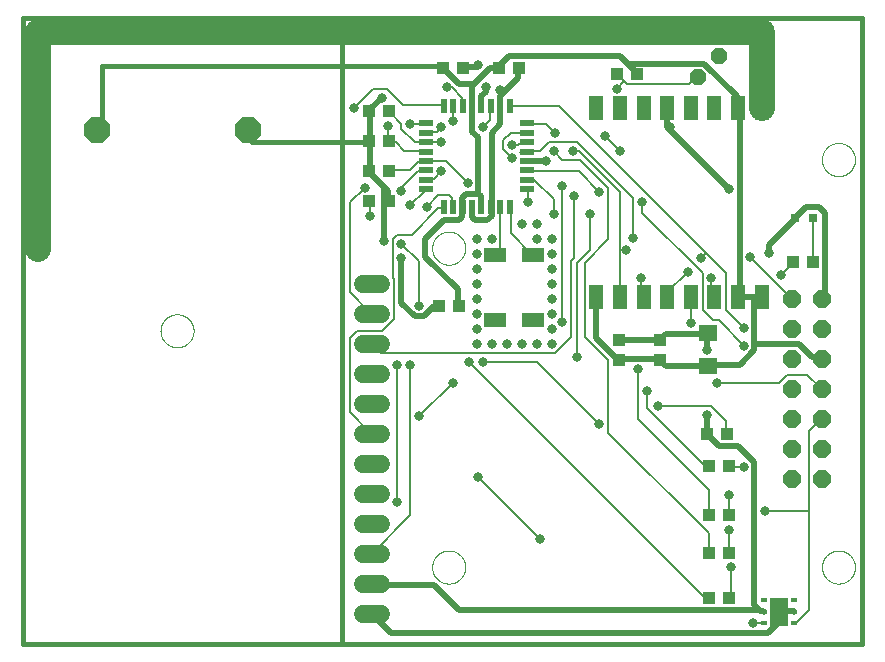
<source format=gtl>
G75*
%MOIN*%
%OFA0B0*%
%FSLAX25Y25*%
%IPPOS*%
%LPD*%
%AMOC8*
5,1,8,0,0,1.08239X$1,22.5*
%
%ADD10C,0.01600*%
%ADD11C,0.00000*%
%ADD12R,0.06299X0.05512*%
%ADD13R,0.03937X0.04331*%
%ADD14R,0.07480X0.05118*%
%ADD15R,0.04331X0.03937*%
%ADD16R,0.03150X0.03150*%
%ADD17R,0.05118X0.07874*%
%ADD18OC8,0.06000*%
%ADD19R,0.02200X0.05000*%
%ADD20R,0.05000X0.02200*%
%ADD21R,0.02362X0.01575*%
%ADD22R,0.05906X0.09449*%
%ADD23R,0.05000X0.10000*%
%ADD24C,0.06000*%
%ADD25OC8,0.05200*%
%ADD26OC8,0.08500*%
%ADD27C,0.01969*%
%ADD28C,0.03169*%
%ADD29C,0.00800*%
%ADD30C,0.08600*%
D10*
X0001800Y0001800D02*
X0108099Y0001800D01*
X0108099Y0210461D01*
X0001800Y0210461D01*
X0001800Y0001800D01*
X0108099Y0001800D02*
X0281328Y0001800D01*
X0281328Y0210461D01*
X0108099Y0210461D01*
X0141719Y0194300D02*
X0141719Y0193754D01*
X0141719Y0194300D02*
X0027863Y0194300D01*
X0027863Y0173060D01*
X0026209Y0173060D01*
X0076603Y0173060D02*
X0077863Y0171800D01*
X0077863Y0169123D01*
X0117017Y0169123D01*
X0117017Y0169300D01*
D11*
X0138020Y0133690D02*
X0138022Y0133838D01*
X0138028Y0133986D01*
X0138038Y0134134D01*
X0138052Y0134281D01*
X0138070Y0134428D01*
X0138091Y0134574D01*
X0138117Y0134720D01*
X0138147Y0134865D01*
X0138180Y0135009D01*
X0138218Y0135152D01*
X0138259Y0135294D01*
X0138304Y0135435D01*
X0138352Y0135575D01*
X0138405Y0135714D01*
X0138461Y0135851D01*
X0138521Y0135986D01*
X0138584Y0136120D01*
X0138651Y0136252D01*
X0138722Y0136382D01*
X0138796Y0136510D01*
X0138873Y0136636D01*
X0138954Y0136760D01*
X0139038Y0136882D01*
X0139125Y0137001D01*
X0139216Y0137118D01*
X0139310Y0137233D01*
X0139406Y0137345D01*
X0139506Y0137455D01*
X0139608Y0137561D01*
X0139714Y0137665D01*
X0139822Y0137766D01*
X0139933Y0137864D01*
X0140046Y0137960D01*
X0140162Y0138052D01*
X0140280Y0138141D01*
X0140401Y0138226D01*
X0140524Y0138309D01*
X0140649Y0138388D01*
X0140776Y0138464D01*
X0140905Y0138536D01*
X0141036Y0138605D01*
X0141169Y0138670D01*
X0141304Y0138731D01*
X0141440Y0138789D01*
X0141577Y0138844D01*
X0141716Y0138894D01*
X0141857Y0138941D01*
X0141998Y0138984D01*
X0142141Y0139024D01*
X0142285Y0139059D01*
X0142429Y0139091D01*
X0142575Y0139118D01*
X0142721Y0139142D01*
X0142868Y0139162D01*
X0143015Y0139178D01*
X0143162Y0139190D01*
X0143310Y0139198D01*
X0143458Y0139202D01*
X0143606Y0139202D01*
X0143754Y0139198D01*
X0143902Y0139190D01*
X0144049Y0139178D01*
X0144196Y0139162D01*
X0144343Y0139142D01*
X0144489Y0139118D01*
X0144635Y0139091D01*
X0144779Y0139059D01*
X0144923Y0139024D01*
X0145066Y0138984D01*
X0145207Y0138941D01*
X0145348Y0138894D01*
X0145487Y0138844D01*
X0145624Y0138789D01*
X0145760Y0138731D01*
X0145895Y0138670D01*
X0146028Y0138605D01*
X0146159Y0138536D01*
X0146288Y0138464D01*
X0146415Y0138388D01*
X0146540Y0138309D01*
X0146663Y0138226D01*
X0146784Y0138141D01*
X0146902Y0138052D01*
X0147018Y0137960D01*
X0147131Y0137864D01*
X0147242Y0137766D01*
X0147350Y0137665D01*
X0147456Y0137561D01*
X0147558Y0137455D01*
X0147658Y0137345D01*
X0147754Y0137233D01*
X0147848Y0137118D01*
X0147939Y0137001D01*
X0148026Y0136882D01*
X0148110Y0136760D01*
X0148191Y0136636D01*
X0148268Y0136510D01*
X0148342Y0136382D01*
X0148413Y0136252D01*
X0148480Y0136120D01*
X0148543Y0135986D01*
X0148603Y0135851D01*
X0148659Y0135714D01*
X0148712Y0135575D01*
X0148760Y0135435D01*
X0148805Y0135294D01*
X0148846Y0135152D01*
X0148884Y0135009D01*
X0148917Y0134865D01*
X0148947Y0134720D01*
X0148973Y0134574D01*
X0148994Y0134428D01*
X0149012Y0134281D01*
X0149026Y0134134D01*
X0149036Y0133986D01*
X0149042Y0133838D01*
X0149044Y0133690D01*
X0149042Y0133542D01*
X0149036Y0133394D01*
X0149026Y0133246D01*
X0149012Y0133099D01*
X0148994Y0132952D01*
X0148973Y0132806D01*
X0148947Y0132660D01*
X0148917Y0132515D01*
X0148884Y0132371D01*
X0148846Y0132228D01*
X0148805Y0132086D01*
X0148760Y0131945D01*
X0148712Y0131805D01*
X0148659Y0131666D01*
X0148603Y0131529D01*
X0148543Y0131394D01*
X0148480Y0131260D01*
X0148413Y0131128D01*
X0148342Y0130998D01*
X0148268Y0130870D01*
X0148191Y0130744D01*
X0148110Y0130620D01*
X0148026Y0130498D01*
X0147939Y0130379D01*
X0147848Y0130262D01*
X0147754Y0130147D01*
X0147658Y0130035D01*
X0147558Y0129925D01*
X0147456Y0129819D01*
X0147350Y0129715D01*
X0147242Y0129614D01*
X0147131Y0129516D01*
X0147018Y0129420D01*
X0146902Y0129328D01*
X0146784Y0129239D01*
X0146663Y0129154D01*
X0146540Y0129071D01*
X0146415Y0128992D01*
X0146288Y0128916D01*
X0146159Y0128844D01*
X0146028Y0128775D01*
X0145895Y0128710D01*
X0145760Y0128649D01*
X0145624Y0128591D01*
X0145487Y0128536D01*
X0145348Y0128486D01*
X0145207Y0128439D01*
X0145066Y0128396D01*
X0144923Y0128356D01*
X0144779Y0128321D01*
X0144635Y0128289D01*
X0144489Y0128262D01*
X0144343Y0128238D01*
X0144196Y0128218D01*
X0144049Y0128202D01*
X0143902Y0128190D01*
X0143754Y0128182D01*
X0143606Y0128178D01*
X0143458Y0128178D01*
X0143310Y0128182D01*
X0143162Y0128190D01*
X0143015Y0128202D01*
X0142868Y0128218D01*
X0142721Y0128238D01*
X0142575Y0128262D01*
X0142429Y0128289D01*
X0142285Y0128321D01*
X0142141Y0128356D01*
X0141998Y0128396D01*
X0141857Y0128439D01*
X0141716Y0128486D01*
X0141577Y0128536D01*
X0141440Y0128591D01*
X0141304Y0128649D01*
X0141169Y0128710D01*
X0141036Y0128775D01*
X0140905Y0128844D01*
X0140776Y0128916D01*
X0140649Y0128992D01*
X0140524Y0129071D01*
X0140401Y0129154D01*
X0140280Y0129239D01*
X0140162Y0129328D01*
X0140046Y0129420D01*
X0139933Y0129516D01*
X0139822Y0129614D01*
X0139714Y0129715D01*
X0139608Y0129819D01*
X0139506Y0129925D01*
X0139406Y0130035D01*
X0139310Y0130147D01*
X0139216Y0130262D01*
X0139125Y0130379D01*
X0139038Y0130498D01*
X0138954Y0130620D01*
X0138873Y0130744D01*
X0138796Y0130870D01*
X0138722Y0130998D01*
X0138651Y0131128D01*
X0138584Y0131260D01*
X0138521Y0131394D01*
X0138461Y0131529D01*
X0138405Y0131666D01*
X0138352Y0131805D01*
X0138304Y0131945D01*
X0138259Y0132086D01*
X0138218Y0132228D01*
X0138180Y0132371D01*
X0138147Y0132515D01*
X0138117Y0132660D01*
X0138091Y0132806D01*
X0138070Y0132952D01*
X0138052Y0133099D01*
X0138038Y0133246D01*
X0138028Y0133394D01*
X0138022Y0133542D01*
X0138020Y0133690D01*
X0047469Y0106131D02*
X0047471Y0106279D01*
X0047477Y0106427D01*
X0047487Y0106575D01*
X0047501Y0106722D01*
X0047519Y0106869D01*
X0047540Y0107015D01*
X0047566Y0107161D01*
X0047596Y0107306D01*
X0047629Y0107450D01*
X0047667Y0107593D01*
X0047708Y0107735D01*
X0047753Y0107876D01*
X0047801Y0108016D01*
X0047854Y0108155D01*
X0047910Y0108292D01*
X0047970Y0108427D01*
X0048033Y0108561D01*
X0048100Y0108693D01*
X0048171Y0108823D01*
X0048245Y0108951D01*
X0048322Y0109077D01*
X0048403Y0109201D01*
X0048487Y0109323D01*
X0048574Y0109442D01*
X0048665Y0109559D01*
X0048759Y0109674D01*
X0048855Y0109786D01*
X0048955Y0109896D01*
X0049057Y0110002D01*
X0049163Y0110106D01*
X0049271Y0110207D01*
X0049382Y0110305D01*
X0049495Y0110401D01*
X0049611Y0110493D01*
X0049729Y0110582D01*
X0049850Y0110667D01*
X0049973Y0110750D01*
X0050098Y0110829D01*
X0050225Y0110905D01*
X0050354Y0110977D01*
X0050485Y0111046D01*
X0050618Y0111111D01*
X0050753Y0111172D01*
X0050889Y0111230D01*
X0051026Y0111285D01*
X0051165Y0111335D01*
X0051306Y0111382D01*
X0051447Y0111425D01*
X0051590Y0111465D01*
X0051734Y0111500D01*
X0051878Y0111532D01*
X0052024Y0111559D01*
X0052170Y0111583D01*
X0052317Y0111603D01*
X0052464Y0111619D01*
X0052611Y0111631D01*
X0052759Y0111639D01*
X0052907Y0111643D01*
X0053055Y0111643D01*
X0053203Y0111639D01*
X0053351Y0111631D01*
X0053498Y0111619D01*
X0053645Y0111603D01*
X0053792Y0111583D01*
X0053938Y0111559D01*
X0054084Y0111532D01*
X0054228Y0111500D01*
X0054372Y0111465D01*
X0054515Y0111425D01*
X0054656Y0111382D01*
X0054797Y0111335D01*
X0054936Y0111285D01*
X0055073Y0111230D01*
X0055209Y0111172D01*
X0055344Y0111111D01*
X0055477Y0111046D01*
X0055608Y0110977D01*
X0055737Y0110905D01*
X0055864Y0110829D01*
X0055989Y0110750D01*
X0056112Y0110667D01*
X0056233Y0110582D01*
X0056351Y0110493D01*
X0056467Y0110401D01*
X0056580Y0110305D01*
X0056691Y0110207D01*
X0056799Y0110106D01*
X0056905Y0110002D01*
X0057007Y0109896D01*
X0057107Y0109786D01*
X0057203Y0109674D01*
X0057297Y0109559D01*
X0057388Y0109442D01*
X0057475Y0109323D01*
X0057559Y0109201D01*
X0057640Y0109077D01*
X0057717Y0108951D01*
X0057791Y0108823D01*
X0057862Y0108693D01*
X0057929Y0108561D01*
X0057992Y0108427D01*
X0058052Y0108292D01*
X0058108Y0108155D01*
X0058161Y0108016D01*
X0058209Y0107876D01*
X0058254Y0107735D01*
X0058295Y0107593D01*
X0058333Y0107450D01*
X0058366Y0107306D01*
X0058396Y0107161D01*
X0058422Y0107015D01*
X0058443Y0106869D01*
X0058461Y0106722D01*
X0058475Y0106575D01*
X0058485Y0106427D01*
X0058491Y0106279D01*
X0058493Y0106131D01*
X0058491Y0105983D01*
X0058485Y0105835D01*
X0058475Y0105687D01*
X0058461Y0105540D01*
X0058443Y0105393D01*
X0058422Y0105247D01*
X0058396Y0105101D01*
X0058366Y0104956D01*
X0058333Y0104812D01*
X0058295Y0104669D01*
X0058254Y0104527D01*
X0058209Y0104386D01*
X0058161Y0104246D01*
X0058108Y0104107D01*
X0058052Y0103970D01*
X0057992Y0103835D01*
X0057929Y0103701D01*
X0057862Y0103569D01*
X0057791Y0103439D01*
X0057717Y0103311D01*
X0057640Y0103185D01*
X0057559Y0103061D01*
X0057475Y0102939D01*
X0057388Y0102820D01*
X0057297Y0102703D01*
X0057203Y0102588D01*
X0057107Y0102476D01*
X0057007Y0102366D01*
X0056905Y0102260D01*
X0056799Y0102156D01*
X0056691Y0102055D01*
X0056580Y0101957D01*
X0056467Y0101861D01*
X0056351Y0101769D01*
X0056233Y0101680D01*
X0056112Y0101595D01*
X0055989Y0101512D01*
X0055864Y0101433D01*
X0055737Y0101357D01*
X0055608Y0101285D01*
X0055477Y0101216D01*
X0055344Y0101151D01*
X0055209Y0101090D01*
X0055073Y0101032D01*
X0054936Y0100977D01*
X0054797Y0100927D01*
X0054656Y0100880D01*
X0054515Y0100837D01*
X0054372Y0100797D01*
X0054228Y0100762D01*
X0054084Y0100730D01*
X0053938Y0100703D01*
X0053792Y0100679D01*
X0053645Y0100659D01*
X0053498Y0100643D01*
X0053351Y0100631D01*
X0053203Y0100623D01*
X0053055Y0100619D01*
X0052907Y0100619D01*
X0052759Y0100623D01*
X0052611Y0100631D01*
X0052464Y0100643D01*
X0052317Y0100659D01*
X0052170Y0100679D01*
X0052024Y0100703D01*
X0051878Y0100730D01*
X0051734Y0100762D01*
X0051590Y0100797D01*
X0051447Y0100837D01*
X0051306Y0100880D01*
X0051165Y0100927D01*
X0051026Y0100977D01*
X0050889Y0101032D01*
X0050753Y0101090D01*
X0050618Y0101151D01*
X0050485Y0101216D01*
X0050354Y0101285D01*
X0050225Y0101357D01*
X0050098Y0101433D01*
X0049973Y0101512D01*
X0049850Y0101595D01*
X0049729Y0101680D01*
X0049611Y0101769D01*
X0049495Y0101861D01*
X0049382Y0101957D01*
X0049271Y0102055D01*
X0049163Y0102156D01*
X0049057Y0102260D01*
X0048955Y0102366D01*
X0048855Y0102476D01*
X0048759Y0102588D01*
X0048665Y0102703D01*
X0048574Y0102820D01*
X0048487Y0102939D01*
X0048403Y0103061D01*
X0048322Y0103185D01*
X0048245Y0103311D01*
X0048171Y0103439D01*
X0048100Y0103569D01*
X0048033Y0103701D01*
X0047970Y0103835D01*
X0047910Y0103970D01*
X0047854Y0104107D01*
X0047801Y0104246D01*
X0047753Y0104386D01*
X0047708Y0104527D01*
X0047667Y0104669D01*
X0047629Y0104812D01*
X0047596Y0104956D01*
X0047566Y0105101D01*
X0047540Y0105247D01*
X0047519Y0105393D01*
X0047501Y0105540D01*
X0047487Y0105687D01*
X0047477Y0105835D01*
X0047471Y0105983D01*
X0047469Y0106131D01*
X0138020Y0027391D02*
X0138022Y0027539D01*
X0138028Y0027687D01*
X0138038Y0027835D01*
X0138052Y0027982D01*
X0138070Y0028129D01*
X0138091Y0028275D01*
X0138117Y0028421D01*
X0138147Y0028566D01*
X0138180Y0028710D01*
X0138218Y0028853D01*
X0138259Y0028995D01*
X0138304Y0029136D01*
X0138352Y0029276D01*
X0138405Y0029415D01*
X0138461Y0029552D01*
X0138521Y0029687D01*
X0138584Y0029821D01*
X0138651Y0029953D01*
X0138722Y0030083D01*
X0138796Y0030211D01*
X0138873Y0030337D01*
X0138954Y0030461D01*
X0139038Y0030583D01*
X0139125Y0030702D01*
X0139216Y0030819D01*
X0139310Y0030934D01*
X0139406Y0031046D01*
X0139506Y0031156D01*
X0139608Y0031262D01*
X0139714Y0031366D01*
X0139822Y0031467D01*
X0139933Y0031565D01*
X0140046Y0031661D01*
X0140162Y0031753D01*
X0140280Y0031842D01*
X0140401Y0031927D01*
X0140524Y0032010D01*
X0140649Y0032089D01*
X0140776Y0032165D01*
X0140905Y0032237D01*
X0141036Y0032306D01*
X0141169Y0032371D01*
X0141304Y0032432D01*
X0141440Y0032490D01*
X0141577Y0032545D01*
X0141716Y0032595D01*
X0141857Y0032642D01*
X0141998Y0032685D01*
X0142141Y0032725D01*
X0142285Y0032760D01*
X0142429Y0032792D01*
X0142575Y0032819D01*
X0142721Y0032843D01*
X0142868Y0032863D01*
X0143015Y0032879D01*
X0143162Y0032891D01*
X0143310Y0032899D01*
X0143458Y0032903D01*
X0143606Y0032903D01*
X0143754Y0032899D01*
X0143902Y0032891D01*
X0144049Y0032879D01*
X0144196Y0032863D01*
X0144343Y0032843D01*
X0144489Y0032819D01*
X0144635Y0032792D01*
X0144779Y0032760D01*
X0144923Y0032725D01*
X0145066Y0032685D01*
X0145207Y0032642D01*
X0145348Y0032595D01*
X0145487Y0032545D01*
X0145624Y0032490D01*
X0145760Y0032432D01*
X0145895Y0032371D01*
X0146028Y0032306D01*
X0146159Y0032237D01*
X0146288Y0032165D01*
X0146415Y0032089D01*
X0146540Y0032010D01*
X0146663Y0031927D01*
X0146784Y0031842D01*
X0146902Y0031753D01*
X0147018Y0031661D01*
X0147131Y0031565D01*
X0147242Y0031467D01*
X0147350Y0031366D01*
X0147456Y0031262D01*
X0147558Y0031156D01*
X0147658Y0031046D01*
X0147754Y0030934D01*
X0147848Y0030819D01*
X0147939Y0030702D01*
X0148026Y0030583D01*
X0148110Y0030461D01*
X0148191Y0030337D01*
X0148268Y0030211D01*
X0148342Y0030083D01*
X0148413Y0029953D01*
X0148480Y0029821D01*
X0148543Y0029687D01*
X0148603Y0029552D01*
X0148659Y0029415D01*
X0148712Y0029276D01*
X0148760Y0029136D01*
X0148805Y0028995D01*
X0148846Y0028853D01*
X0148884Y0028710D01*
X0148917Y0028566D01*
X0148947Y0028421D01*
X0148973Y0028275D01*
X0148994Y0028129D01*
X0149012Y0027982D01*
X0149026Y0027835D01*
X0149036Y0027687D01*
X0149042Y0027539D01*
X0149044Y0027391D01*
X0149042Y0027243D01*
X0149036Y0027095D01*
X0149026Y0026947D01*
X0149012Y0026800D01*
X0148994Y0026653D01*
X0148973Y0026507D01*
X0148947Y0026361D01*
X0148917Y0026216D01*
X0148884Y0026072D01*
X0148846Y0025929D01*
X0148805Y0025787D01*
X0148760Y0025646D01*
X0148712Y0025506D01*
X0148659Y0025367D01*
X0148603Y0025230D01*
X0148543Y0025095D01*
X0148480Y0024961D01*
X0148413Y0024829D01*
X0148342Y0024699D01*
X0148268Y0024571D01*
X0148191Y0024445D01*
X0148110Y0024321D01*
X0148026Y0024199D01*
X0147939Y0024080D01*
X0147848Y0023963D01*
X0147754Y0023848D01*
X0147658Y0023736D01*
X0147558Y0023626D01*
X0147456Y0023520D01*
X0147350Y0023416D01*
X0147242Y0023315D01*
X0147131Y0023217D01*
X0147018Y0023121D01*
X0146902Y0023029D01*
X0146784Y0022940D01*
X0146663Y0022855D01*
X0146540Y0022772D01*
X0146415Y0022693D01*
X0146288Y0022617D01*
X0146159Y0022545D01*
X0146028Y0022476D01*
X0145895Y0022411D01*
X0145760Y0022350D01*
X0145624Y0022292D01*
X0145487Y0022237D01*
X0145348Y0022187D01*
X0145207Y0022140D01*
X0145066Y0022097D01*
X0144923Y0022057D01*
X0144779Y0022022D01*
X0144635Y0021990D01*
X0144489Y0021963D01*
X0144343Y0021939D01*
X0144196Y0021919D01*
X0144049Y0021903D01*
X0143902Y0021891D01*
X0143754Y0021883D01*
X0143606Y0021879D01*
X0143458Y0021879D01*
X0143310Y0021883D01*
X0143162Y0021891D01*
X0143015Y0021903D01*
X0142868Y0021919D01*
X0142721Y0021939D01*
X0142575Y0021963D01*
X0142429Y0021990D01*
X0142285Y0022022D01*
X0142141Y0022057D01*
X0141998Y0022097D01*
X0141857Y0022140D01*
X0141716Y0022187D01*
X0141577Y0022237D01*
X0141440Y0022292D01*
X0141304Y0022350D01*
X0141169Y0022411D01*
X0141036Y0022476D01*
X0140905Y0022545D01*
X0140776Y0022617D01*
X0140649Y0022693D01*
X0140524Y0022772D01*
X0140401Y0022855D01*
X0140280Y0022940D01*
X0140162Y0023029D01*
X0140046Y0023121D01*
X0139933Y0023217D01*
X0139822Y0023315D01*
X0139714Y0023416D01*
X0139608Y0023520D01*
X0139506Y0023626D01*
X0139406Y0023736D01*
X0139310Y0023848D01*
X0139216Y0023963D01*
X0139125Y0024080D01*
X0139038Y0024199D01*
X0138954Y0024321D01*
X0138873Y0024445D01*
X0138796Y0024571D01*
X0138722Y0024699D01*
X0138651Y0024829D01*
X0138584Y0024961D01*
X0138521Y0025095D01*
X0138461Y0025230D01*
X0138405Y0025367D01*
X0138352Y0025506D01*
X0138304Y0025646D01*
X0138259Y0025787D01*
X0138218Y0025929D01*
X0138180Y0026072D01*
X0138147Y0026216D01*
X0138117Y0026361D01*
X0138091Y0026507D01*
X0138070Y0026653D01*
X0138052Y0026800D01*
X0138038Y0026947D01*
X0138028Y0027095D01*
X0138022Y0027243D01*
X0138020Y0027391D01*
X0267942Y0027391D02*
X0267944Y0027539D01*
X0267950Y0027687D01*
X0267960Y0027835D01*
X0267974Y0027982D01*
X0267992Y0028129D01*
X0268013Y0028275D01*
X0268039Y0028421D01*
X0268069Y0028566D01*
X0268102Y0028710D01*
X0268140Y0028853D01*
X0268181Y0028995D01*
X0268226Y0029136D01*
X0268274Y0029276D01*
X0268327Y0029415D01*
X0268383Y0029552D01*
X0268443Y0029687D01*
X0268506Y0029821D01*
X0268573Y0029953D01*
X0268644Y0030083D01*
X0268718Y0030211D01*
X0268795Y0030337D01*
X0268876Y0030461D01*
X0268960Y0030583D01*
X0269047Y0030702D01*
X0269138Y0030819D01*
X0269232Y0030934D01*
X0269328Y0031046D01*
X0269428Y0031156D01*
X0269530Y0031262D01*
X0269636Y0031366D01*
X0269744Y0031467D01*
X0269855Y0031565D01*
X0269968Y0031661D01*
X0270084Y0031753D01*
X0270202Y0031842D01*
X0270323Y0031927D01*
X0270446Y0032010D01*
X0270571Y0032089D01*
X0270698Y0032165D01*
X0270827Y0032237D01*
X0270958Y0032306D01*
X0271091Y0032371D01*
X0271226Y0032432D01*
X0271362Y0032490D01*
X0271499Y0032545D01*
X0271638Y0032595D01*
X0271779Y0032642D01*
X0271920Y0032685D01*
X0272063Y0032725D01*
X0272207Y0032760D01*
X0272351Y0032792D01*
X0272497Y0032819D01*
X0272643Y0032843D01*
X0272790Y0032863D01*
X0272937Y0032879D01*
X0273084Y0032891D01*
X0273232Y0032899D01*
X0273380Y0032903D01*
X0273528Y0032903D01*
X0273676Y0032899D01*
X0273824Y0032891D01*
X0273971Y0032879D01*
X0274118Y0032863D01*
X0274265Y0032843D01*
X0274411Y0032819D01*
X0274557Y0032792D01*
X0274701Y0032760D01*
X0274845Y0032725D01*
X0274988Y0032685D01*
X0275129Y0032642D01*
X0275270Y0032595D01*
X0275409Y0032545D01*
X0275546Y0032490D01*
X0275682Y0032432D01*
X0275817Y0032371D01*
X0275950Y0032306D01*
X0276081Y0032237D01*
X0276210Y0032165D01*
X0276337Y0032089D01*
X0276462Y0032010D01*
X0276585Y0031927D01*
X0276706Y0031842D01*
X0276824Y0031753D01*
X0276940Y0031661D01*
X0277053Y0031565D01*
X0277164Y0031467D01*
X0277272Y0031366D01*
X0277378Y0031262D01*
X0277480Y0031156D01*
X0277580Y0031046D01*
X0277676Y0030934D01*
X0277770Y0030819D01*
X0277861Y0030702D01*
X0277948Y0030583D01*
X0278032Y0030461D01*
X0278113Y0030337D01*
X0278190Y0030211D01*
X0278264Y0030083D01*
X0278335Y0029953D01*
X0278402Y0029821D01*
X0278465Y0029687D01*
X0278525Y0029552D01*
X0278581Y0029415D01*
X0278634Y0029276D01*
X0278682Y0029136D01*
X0278727Y0028995D01*
X0278768Y0028853D01*
X0278806Y0028710D01*
X0278839Y0028566D01*
X0278869Y0028421D01*
X0278895Y0028275D01*
X0278916Y0028129D01*
X0278934Y0027982D01*
X0278948Y0027835D01*
X0278958Y0027687D01*
X0278964Y0027539D01*
X0278966Y0027391D01*
X0278964Y0027243D01*
X0278958Y0027095D01*
X0278948Y0026947D01*
X0278934Y0026800D01*
X0278916Y0026653D01*
X0278895Y0026507D01*
X0278869Y0026361D01*
X0278839Y0026216D01*
X0278806Y0026072D01*
X0278768Y0025929D01*
X0278727Y0025787D01*
X0278682Y0025646D01*
X0278634Y0025506D01*
X0278581Y0025367D01*
X0278525Y0025230D01*
X0278465Y0025095D01*
X0278402Y0024961D01*
X0278335Y0024829D01*
X0278264Y0024699D01*
X0278190Y0024571D01*
X0278113Y0024445D01*
X0278032Y0024321D01*
X0277948Y0024199D01*
X0277861Y0024080D01*
X0277770Y0023963D01*
X0277676Y0023848D01*
X0277580Y0023736D01*
X0277480Y0023626D01*
X0277378Y0023520D01*
X0277272Y0023416D01*
X0277164Y0023315D01*
X0277053Y0023217D01*
X0276940Y0023121D01*
X0276824Y0023029D01*
X0276706Y0022940D01*
X0276585Y0022855D01*
X0276462Y0022772D01*
X0276337Y0022693D01*
X0276210Y0022617D01*
X0276081Y0022545D01*
X0275950Y0022476D01*
X0275817Y0022411D01*
X0275682Y0022350D01*
X0275546Y0022292D01*
X0275409Y0022237D01*
X0275270Y0022187D01*
X0275129Y0022140D01*
X0274988Y0022097D01*
X0274845Y0022057D01*
X0274701Y0022022D01*
X0274557Y0021990D01*
X0274411Y0021963D01*
X0274265Y0021939D01*
X0274118Y0021919D01*
X0273971Y0021903D01*
X0273824Y0021891D01*
X0273676Y0021883D01*
X0273528Y0021879D01*
X0273380Y0021879D01*
X0273232Y0021883D01*
X0273084Y0021891D01*
X0272937Y0021903D01*
X0272790Y0021919D01*
X0272643Y0021939D01*
X0272497Y0021963D01*
X0272351Y0021990D01*
X0272207Y0022022D01*
X0272063Y0022057D01*
X0271920Y0022097D01*
X0271779Y0022140D01*
X0271638Y0022187D01*
X0271499Y0022237D01*
X0271362Y0022292D01*
X0271226Y0022350D01*
X0271091Y0022411D01*
X0270958Y0022476D01*
X0270827Y0022545D01*
X0270698Y0022617D01*
X0270571Y0022693D01*
X0270446Y0022772D01*
X0270323Y0022855D01*
X0270202Y0022940D01*
X0270084Y0023029D01*
X0269968Y0023121D01*
X0269855Y0023217D01*
X0269744Y0023315D01*
X0269636Y0023416D01*
X0269530Y0023520D01*
X0269428Y0023626D01*
X0269328Y0023736D01*
X0269232Y0023848D01*
X0269138Y0023963D01*
X0269047Y0024080D01*
X0268960Y0024199D01*
X0268876Y0024321D01*
X0268795Y0024445D01*
X0268718Y0024571D01*
X0268644Y0024699D01*
X0268573Y0024829D01*
X0268506Y0024961D01*
X0268443Y0025095D01*
X0268383Y0025230D01*
X0268327Y0025367D01*
X0268274Y0025506D01*
X0268226Y0025646D01*
X0268181Y0025787D01*
X0268140Y0025929D01*
X0268102Y0026072D01*
X0268069Y0026216D01*
X0268039Y0026361D01*
X0268013Y0026507D01*
X0267992Y0026653D01*
X0267974Y0026800D01*
X0267960Y0026947D01*
X0267950Y0027095D01*
X0267944Y0027243D01*
X0267942Y0027391D01*
X0267942Y0163217D02*
X0267944Y0163365D01*
X0267950Y0163513D01*
X0267960Y0163661D01*
X0267974Y0163808D01*
X0267992Y0163955D01*
X0268013Y0164101D01*
X0268039Y0164247D01*
X0268069Y0164392D01*
X0268102Y0164536D01*
X0268140Y0164679D01*
X0268181Y0164821D01*
X0268226Y0164962D01*
X0268274Y0165102D01*
X0268327Y0165241D01*
X0268383Y0165378D01*
X0268443Y0165513D01*
X0268506Y0165647D01*
X0268573Y0165779D01*
X0268644Y0165909D01*
X0268718Y0166037D01*
X0268795Y0166163D01*
X0268876Y0166287D01*
X0268960Y0166409D01*
X0269047Y0166528D01*
X0269138Y0166645D01*
X0269232Y0166760D01*
X0269328Y0166872D01*
X0269428Y0166982D01*
X0269530Y0167088D01*
X0269636Y0167192D01*
X0269744Y0167293D01*
X0269855Y0167391D01*
X0269968Y0167487D01*
X0270084Y0167579D01*
X0270202Y0167668D01*
X0270323Y0167753D01*
X0270446Y0167836D01*
X0270571Y0167915D01*
X0270698Y0167991D01*
X0270827Y0168063D01*
X0270958Y0168132D01*
X0271091Y0168197D01*
X0271226Y0168258D01*
X0271362Y0168316D01*
X0271499Y0168371D01*
X0271638Y0168421D01*
X0271779Y0168468D01*
X0271920Y0168511D01*
X0272063Y0168551D01*
X0272207Y0168586D01*
X0272351Y0168618D01*
X0272497Y0168645D01*
X0272643Y0168669D01*
X0272790Y0168689D01*
X0272937Y0168705D01*
X0273084Y0168717D01*
X0273232Y0168725D01*
X0273380Y0168729D01*
X0273528Y0168729D01*
X0273676Y0168725D01*
X0273824Y0168717D01*
X0273971Y0168705D01*
X0274118Y0168689D01*
X0274265Y0168669D01*
X0274411Y0168645D01*
X0274557Y0168618D01*
X0274701Y0168586D01*
X0274845Y0168551D01*
X0274988Y0168511D01*
X0275129Y0168468D01*
X0275270Y0168421D01*
X0275409Y0168371D01*
X0275546Y0168316D01*
X0275682Y0168258D01*
X0275817Y0168197D01*
X0275950Y0168132D01*
X0276081Y0168063D01*
X0276210Y0167991D01*
X0276337Y0167915D01*
X0276462Y0167836D01*
X0276585Y0167753D01*
X0276706Y0167668D01*
X0276824Y0167579D01*
X0276940Y0167487D01*
X0277053Y0167391D01*
X0277164Y0167293D01*
X0277272Y0167192D01*
X0277378Y0167088D01*
X0277480Y0166982D01*
X0277580Y0166872D01*
X0277676Y0166760D01*
X0277770Y0166645D01*
X0277861Y0166528D01*
X0277948Y0166409D01*
X0278032Y0166287D01*
X0278113Y0166163D01*
X0278190Y0166037D01*
X0278264Y0165909D01*
X0278335Y0165779D01*
X0278402Y0165647D01*
X0278465Y0165513D01*
X0278525Y0165378D01*
X0278581Y0165241D01*
X0278634Y0165102D01*
X0278682Y0164962D01*
X0278727Y0164821D01*
X0278768Y0164679D01*
X0278806Y0164536D01*
X0278839Y0164392D01*
X0278869Y0164247D01*
X0278895Y0164101D01*
X0278916Y0163955D01*
X0278934Y0163808D01*
X0278948Y0163661D01*
X0278958Y0163513D01*
X0278964Y0163365D01*
X0278966Y0163217D01*
X0278964Y0163069D01*
X0278958Y0162921D01*
X0278948Y0162773D01*
X0278934Y0162626D01*
X0278916Y0162479D01*
X0278895Y0162333D01*
X0278869Y0162187D01*
X0278839Y0162042D01*
X0278806Y0161898D01*
X0278768Y0161755D01*
X0278727Y0161613D01*
X0278682Y0161472D01*
X0278634Y0161332D01*
X0278581Y0161193D01*
X0278525Y0161056D01*
X0278465Y0160921D01*
X0278402Y0160787D01*
X0278335Y0160655D01*
X0278264Y0160525D01*
X0278190Y0160397D01*
X0278113Y0160271D01*
X0278032Y0160147D01*
X0277948Y0160025D01*
X0277861Y0159906D01*
X0277770Y0159789D01*
X0277676Y0159674D01*
X0277580Y0159562D01*
X0277480Y0159452D01*
X0277378Y0159346D01*
X0277272Y0159242D01*
X0277164Y0159141D01*
X0277053Y0159043D01*
X0276940Y0158947D01*
X0276824Y0158855D01*
X0276706Y0158766D01*
X0276585Y0158681D01*
X0276462Y0158598D01*
X0276337Y0158519D01*
X0276210Y0158443D01*
X0276081Y0158371D01*
X0275950Y0158302D01*
X0275817Y0158237D01*
X0275682Y0158176D01*
X0275546Y0158118D01*
X0275409Y0158063D01*
X0275270Y0158013D01*
X0275129Y0157966D01*
X0274988Y0157923D01*
X0274845Y0157883D01*
X0274701Y0157848D01*
X0274557Y0157816D01*
X0274411Y0157789D01*
X0274265Y0157765D01*
X0274118Y0157745D01*
X0273971Y0157729D01*
X0273824Y0157717D01*
X0273676Y0157709D01*
X0273528Y0157705D01*
X0273380Y0157705D01*
X0273232Y0157709D01*
X0273084Y0157717D01*
X0272937Y0157729D01*
X0272790Y0157745D01*
X0272643Y0157765D01*
X0272497Y0157789D01*
X0272351Y0157816D01*
X0272207Y0157848D01*
X0272063Y0157883D01*
X0271920Y0157923D01*
X0271779Y0157966D01*
X0271638Y0158013D01*
X0271499Y0158063D01*
X0271362Y0158118D01*
X0271226Y0158176D01*
X0271091Y0158237D01*
X0270958Y0158302D01*
X0270827Y0158371D01*
X0270698Y0158443D01*
X0270571Y0158519D01*
X0270446Y0158598D01*
X0270323Y0158681D01*
X0270202Y0158766D01*
X0270084Y0158855D01*
X0269968Y0158947D01*
X0269855Y0159043D01*
X0269744Y0159141D01*
X0269636Y0159242D01*
X0269530Y0159346D01*
X0269428Y0159452D01*
X0269328Y0159562D01*
X0269232Y0159674D01*
X0269138Y0159789D01*
X0269047Y0159906D01*
X0268960Y0160025D01*
X0268876Y0160147D01*
X0268795Y0160271D01*
X0268718Y0160397D01*
X0268644Y0160525D01*
X0268573Y0160655D01*
X0268506Y0160787D01*
X0268443Y0160921D01*
X0268383Y0161056D01*
X0268327Y0161193D01*
X0268274Y0161332D01*
X0268226Y0161472D01*
X0268181Y0161613D01*
X0268140Y0161755D01*
X0268102Y0161898D01*
X0268069Y0162042D01*
X0268039Y0162187D01*
X0268013Y0162333D01*
X0267992Y0162479D01*
X0267974Y0162626D01*
X0267960Y0162773D01*
X0267950Y0162921D01*
X0267944Y0163069D01*
X0267942Y0163217D01*
D12*
X0230017Y0105268D03*
X0230017Y0094244D03*
D13*
X0213809Y0096492D03*
X0213809Y0103185D03*
X0200184Y0103219D03*
X0200184Y0096527D03*
X0229517Y0071800D03*
X0236209Y0071800D03*
X0236946Y0044735D03*
X0230253Y0044735D03*
X0230253Y0032177D03*
X0236946Y0032177D03*
X0237126Y0017182D03*
X0230434Y0017182D03*
X0258362Y0129175D03*
X0265055Y0129175D03*
X0206209Y0191800D03*
X0199517Y0191800D03*
X0123709Y0179300D03*
X0117017Y0179300D03*
X0117017Y0169300D03*
X0123709Y0169300D03*
X0123709Y0159300D03*
X0117017Y0159300D03*
X0117017Y0149300D03*
X0123709Y0149300D03*
D14*
X0158887Y0131524D03*
X0171485Y0131524D03*
X0171485Y0109871D03*
X0158887Y0109871D03*
D15*
X0146832Y0114562D03*
X0140139Y0114562D03*
X0230253Y0061185D03*
X0236946Y0061185D03*
X0167132Y0193852D03*
X0160439Y0193852D03*
X0148412Y0193754D03*
X0141719Y0193754D03*
D16*
X0258926Y0143729D03*
X0264831Y0143729D03*
D17*
X0247863Y0117410D03*
X0239989Y0117410D03*
X0232115Y0117410D03*
X0224241Y0117410D03*
X0216367Y0117410D03*
X0208493Y0117410D03*
X0200619Y0117410D03*
X0192745Y0117410D03*
X0192745Y0180402D03*
X0200619Y0180402D03*
X0208493Y0180402D03*
X0216367Y0180402D03*
X0224241Y0180402D03*
X0232115Y0180402D03*
X0239989Y0180402D03*
X0247863Y0180402D03*
D18*
X0257863Y0116800D03*
X0267863Y0116800D03*
X0267863Y0106800D03*
X0257863Y0106800D03*
X0257863Y0096800D03*
X0267863Y0096800D03*
X0267863Y0086800D03*
X0257863Y0086800D03*
X0257863Y0076800D03*
X0267863Y0076800D03*
X0267863Y0066800D03*
X0257863Y0066800D03*
X0257863Y0056800D03*
X0267863Y0056800D03*
D19*
X0163887Y0147400D03*
X0160737Y0147400D03*
X0157587Y0147400D03*
X0154438Y0147400D03*
X0151288Y0147400D03*
X0148139Y0147400D03*
X0144989Y0147400D03*
X0141839Y0147400D03*
X0141839Y0181200D03*
X0144989Y0181200D03*
X0148139Y0181200D03*
X0151288Y0181200D03*
X0154438Y0181200D03*
X0157587Y0181200D03*
X0160737Y0181200D03*
X0163887Y0181200D03*
D20*
X0169763Y0175324D03*
X0169763Y0172174D03*
X0169763Y0169024D03*
X0169763Y0165875D03*
X0169763Y0162725D03*
X0169763Y0159576D03*
X0169763Y0156426D03*
X0169763Y0153276D03*
X0135963Y0153276D03*
X0135963Y0156426D03*
X0135963Y0159576D03*
X0135963Y0162725D03*
X0135963Y0165875D03*
X0135963Y0169024D03*
X0135963Y0172174D03*
X0135963Y0175324D03*
D21*
X0248493Y0016485D03*
X0248493Y0012548D03*
X0248493Y0008611D03*
X0258729Y0008611D03*
X0258729Y0012548D03*
X0258729Y0016485D03*
D22*
X0253611Y0012548D03*
D23*
X0006800Y0135757D03*
D24*
X0114863Y0121800D02*
X0120863Y0121800D01*
X0120863Y0111800D02*
X0114863Y0111800D01*
X0114863Y0101800D02*
X0120863Y0101800D01*
X0120863Y0091800D02*
X0114863Y0091800D01*
X0114863Y0081800D02*
X0120863Y0081800D01*
X0120863Y0071800D02*
X0114863Y0071800D01*
X0114863Y0061800D02*
X0120863Y0061800D01*
X0120863Y0051800D02*
X0114863Y0051800D01*
X0114863Y0041800D02*
X0120863Y0041800D01*
X0120863Y0031800D02*
X0114863Y0031800D01*
X0114863Y0021800D02*
X0120863Y0021800D01*
X0120863Y0011800D02*
X0114863Y0011800D01*
D25*
X0226646Y0190800D03*
X0233646Y0197800D03*
D26*
X0076603Y0173060D03*
X0026209Y0173060D03*
D27*
X0117017Y0169300D02*
X0117450Y0167646D01*
X0117450Y0159772D01*
X0117017Y0159300D01*
X0117450Y0158788D01*
X0122371Y0153867D01*
X0121879Y0153375D01*
X0121879Y0136150D01*
X0127784Y0130245D02*
X0127784Y0115481D01*
X0132213Y0111052D01*
X0135166Y0111052D01*
X0138611Y0114497D01*
X0140087Y0114497D01*
X0140139Y0114562D01*
X0146485Y0114989D02*
X0146832Y0114562D01*
X0146485Y0114989D02*
X0146485Y0119910D01*
X0135658Y0130737D01*
X0135658Y0136643D01*
X0142056Y0143040D01*
X0146977Y0143040D01*
X0147961Y0144024D01*
X0147961Y0146977D01*
X0148139Y0147400D01*
X0147961Y0147961D01*
X0147961Y0150422D01*
X0149438Y0151898D01*
X0153375Y0151898D01*
X0153375Y0170599D01*
X0151406Y0172568D01*
X0151406Y0180442D01*
X0151288Y0181200D01*
X0151406Y0181426D01*
X0151406Y0187824D01*
X0150914Y0188316D01*
X0146977Y0188316D01*
X0142548Y0192745D01*
X0141719Y0193754D01*
X0141863Y0193000D01*
X0148412Y0193754D02*
X0148454Y0194221D01*
X0152883Y0194221D01*
X0153375Y0194713D01*
X0157312Y0193729D02*
X0151406Y0187824D01*
X0155835Y0187331D02*
X0155835Y0185855D01*
X0154359Y0184379D01*
X0154359Y0181426D01*
X0154438Y0181200D01*
X0160737Y0181200D02*
X0160757Y0180442D01*
X0160757Y0175028D01*
X0157804Y0172076D01*
X0157804Y0147961D01*
X0157587Y0147400D01*
X0157804Y0146977D01*
X0157804Y0144517D01*
X0156328Y0143040D01*
X0152391Y0143040D01*
X0151406Y0144024D01*
X0151406Y0146977D01*
X0151288Y0147400D01*
X0154359Y0147469D02*
X0154438Y0147400D01*
X0154359Y0147469D02*
X0154359Y0150914D01*
X0153375Y0151898D01*
X0169763Y0162725D02*
X0176013Y0162725D01*
X0160737Y0181200D02*
X0160757Y0181426D01*
X0160757Y0184379D01*
X0161741Y0185363D01*
X0160757Y0186347D01*
X0161741Y0185363D02*
X0166662Y0190284D01*
X0166662Y0193729D01*
X0167132Y0193852D01*
X0163709Y0197666D02*
X0160757Y0194713D01*
X0160439Y0193852D01*
X0160265Y0193729D01*
X0157312Y0193729D01*
X0163709Y0197666D02*
X0200619Y0197666D01*
X0203572Y0194713D01*
X0204064Y0195206D01*
X0228670Y0195206D01*
X0239497Y0184379D01*
X0239497Y0180934D01*
X0239989Y0180402D01*
X0240481Y0179950D01*
X0240481Y0117942D01*
X0239989Y0117410D01*
X0239989Y0117450D01*
X0247863Y0117450D01*
X0247863Y0117410D01*
X0245402Y0116957D01*
X0245402Y0101702D01*
X0260166Y0101702D01*
X0264595Y0097272D01*
X0267548Y0097272D01*
X0267863Y0096800D01*
X0245402Y0099733D02*
X0240481Y0094812D01*
X0230639Y0094812D01*
X0230017Y0094244D01*
X0229654Y0094320D01*
X0215875Y0094320D01*
X0214398Y0095796D01*
X0213809Y0096492D01*
X0213414Y0096780D01*
X0200619Y0096780D01*
X0200184Y0096527D01*
X0199635Y0096780D01*
X0192745Y0103670D01*
X0192745Y0117410D01*
X0192745Y0117450D01*
X0200184Y0103219D02*
X0200619Y0103178D01*
X0213414Y0103178D01*
X0213809Y0103185D01*
X0214398Y0103670D01*
X0215875Y0105146D01*
X0229654Y0105146D01*
X0230017Y0105268D01*
X0229654Y0104162D01*
X0229654Y0099733D01*
X0245402Y0099733D02*
X0245402Y0101702D01*
X0267863Y0116800D02*
X0268040Y0116957D01*
X0269024Y0117942D01*
X0269024Y0145501D01*
X0267056Y0147469D01*
X0262627Y0147469D01*
X0259182Y0144024D01*
X0258926Y0143729D01*
X0258690Y0143040D01*
X0250324Y0134674D01*
X0250324Y0132213D01*
X0237036Y0153375D02*
X0216859Y0173552D01*
X0217351Y0174044D01*
X0216859Y0173552D02*
X0216367Y0174044D01*
X0216367Y0180402D01*
X0206209Y0191800D02*
X0206032Y0192253D01*
X0203572Y0194713D01*
X0239989Y0180442D02*
X0239989Y0180402D01*
X0123355Y0152883D02*
X0123355Y0149438D01*
X0123709Y0149300D01*
X0123355Y0152883D02*
X0122371Y0153867D01*
X0117063Y0168600D02*
X0117017Y0169300D01*
X0117450Y0170107D01*
X0117450Y0178965D01*
X0117017Y0179300D01*
X0117450Y0179950D01*
X0121387Y0183887D01*
X0229654Y0078080D02*
X0229654Y0072666D01*
X0229517Y0071800D01*
X0229654Y0071682D01*
X0233591Y0067745D01*
X0239989Y0067745D01*
X0245402Y0062331D01*
X0245402Y0014595D01*
X0246387Y0013611D01*
X0245894Y0013119D01*
X0146977Y0013119D01*
X0138611Y0021485D01*
X0117942Y0021485D01*
X0117863Y0021800D01*
X0117863Y0011800D02*
X0117942Y0011643D01*
X0124339Y0005245D01*
X0249831Y0005245D01*
X0253276Y0008690D01*
X0253276Y0011643D01*
X0253611Y0012548D01*
X0253769Y0012627D01*
X0258690Y0012627D01*
X0258729Y0012548D01*
X0248493Y0012548D02*
X0248355Y0012627D01*
X0247371Y0012627D01*
X0246387Y0013611D01*
D28*
X0244910Y0008690D03*
X0237528Y0027391D03*
X0237036Y0039694D03*
X0248847Y0046091D03*
X0237036Y0051505D03*
X0241957Y0060855D03*
X0229654Y0078080D03*
X0233099Y0088906D03*
X0229654Y0099733D03*
X0241957Y0101209D03*
X0241957Y0107115D03*
X0224241Y0108591D03*
X0231131Y0123847D03*
X0223257Y0125816D03*
X0227686Y0130245D03*
X0243926Y0130737D03*
X0250324Y0132213D03*
X0254261Y0124831D03*
X0207509Y0123847D03*
X0202587Y0133198D03*
X0205048Y0137135D03*
X0190776Y0145009D03*
X0193729Y0152391D03*
X0185363Y0150914D03*
X0181426Y0154359D03*
X0170107Y0148946D03*
X0178473Y0145009D03*
X0172863Y0141800D03*
X0172863Y0136800D03*
X0177863Y0136800D03*
X0177863Y0131800D03*
X0177863Y0126800D03*
X0177863Y0121800D03*
X0177863Y0116800D03*
X0177863Y0111800D03*
X0181426Y0109083D03*
X0177863Y0106800D03*
X0177863Y0101800D03*
X0172863Y0101800D03*
X0167863Y0101800D03*
X0162863Y0101800D03*
X0157863Y0101800D03*
X0152863Y0101800D03*
X0154851Y0095796D03*
X0150422Y0095796D03*
X0145009Y0088906D03*
X0130737Y0094812D03*
X0126308Y0094812D03*
X0133690Y0077587D03*
X0153375Y0057410D03*
X0126308Y0049044D03*
X0174044Y0036741D03*
X0193729Y0075127D03*
X0209477Y0085954D03*
X0213414Y0081032D03*
X0206524Y0093335D03*
X0186347Y0097272D03*
X0152863Y0106800D03*
X0152863Y0111800D03*
X0152863Y0116800D03*
X0152863Y0121800D03*
X0152863Y0126800D03*
X0152863Y0131800D03*
X0152863Y0136800D03*
X0157863Y0136800D03*
X0167863Y0141800D03*
X0149930Y0155343D03*
X0141072Y0159280D03*
X0141072Y0169123D03*
X0141072Y0174044D03*
X0145009Y0176013D03*
X0154851Y0174044D03*
X0164694Y0168139D03*
X0164694Y0163709D03*
X0176013Y0162725D03*
X0178473Y0166170D03*
X0184871Y0166170D03*
X0178965Y0172076D03*
X0195698Y0171091D03*
X0200619Y0166170D03*
X0217351Y0174044D03*
X0199635Y0186839D03*
X0160757Y0186347D03*
X0155835Y0187331D03*
X0153375Y0194713D03*
X0143040Y0187331D03*
X0130737Y0175028D03*
X0123355Y0174536D03*
X0121387Y0183887D03*
X0112036Y0180442D03*
X0115481Y0153867D03*
X0117450Y0144517D03*
X0121879Y0136150D03*
X0127784Y0135166D03*
X0127784Y0130245D03*
X0133690Y0114497D03*
X0136150Y0147469D03*
X0130737Y0147961D03*
X0127784Y0152883D03*
X0208001Y0148946D03*
X0237036Y0153375D03*
D29*
X0208001Y0148946D02*
X0208001Y0145501D01*
X0228178Y0125324D01*
X0228178Y0113020D01*
X0231623Y0109576D01*
X0233591Y0109576D01*
X0241957Y0101209D01*
X0241957Y0107115D02*
X0236052Y0113020D01*
X0236052Y0125324D01*
X0229408Y0131967D01*
X0227686Y0130245D01*
X0229408Y0131967D02*
X0180442Y0180934D01*
X0164202Y0180934D01*
X0163887Y0181200D01*
X0157587Y0181200D02*
X0157312Y0180934D01*
X0157312Y0176505D01*
X0154851Y0174044D01*
X0161741Y0169615D02*
X0161741Y0166662D01*
X0164694Y0163709D01*
X0167463Y0165800D02*
X0169463Y0165800D01*
X0169763Y0165875D01*
X0170107Y0166170D01*
X0174044Y0166170D01*
X0176997Y0169123D01*
X0186347Y0169123D01*
X0205048Y0150422D01*
X0205048Y0137135D01*
X0202587Y0133198D02*
X0200619Y0133198D01*
X0200619Y0152391D01*
X0186839Y0166170D01*
X0184871Y0166170D01*
X0187331Y0163217D02*
X0181426Y0163217D01*
X0178473Y0166170D01*
X0169763Y0169024D02*
X0169615Y0168631D01*
X0167154Y0168631D01*
X0166662Y0168139D01*
X0164694Y0168139D01*
X0161741Y0169615D02*
X0164202Y0172076D01*
X0169615Y0172076D01*
X0169763Y0172174D01*
X0170107Y0175028D02*
X0169763Y0175324D01*
X0170107Y0175028D02*
X0176013Y0175028D01*
X0178965Y0172076D01*
X0187331Y0163217D02*
X0196682Y0153867D01*
X0196682Y0136643D01*
X0188808Y0128769D01*
X0188808Y0104162D01*
X0196682Y0096288D01*
X0196682Y0072174D01*
X0230146Y0038709D01*
X0230146Y0032312D01*
X0230253Y0032177D01*
X0236946Y0032177D02*
X0237036Y0032312D01*
X0237036Y0039694D01*
X0236946Y0044735D02*
X0237036Y0045107D01*
X0237036Y0051505D01*
X0230146Y0052981D02*
X0206524Y0076603D01*
X0206524Y0093335D01*
X0209477Y0085954D02*
X0209477Y0080540D01*
X0228670Y0061347D01*
X0230146Y0061347D01*
X0230253Y0061185D01*
X0236946Y0061185D02*
X0237036Y0060855D01*
X0241957Y0060855D01*
X0230146Y0052981D02*
X0230146Y0045107D01*
X0230253Y0044735D01*
X0248847Y0046091D02*
X0263611Y0046091D01*
X0263611Y0013119D01*
X0259182Y0008690D01*
X0258729Y0008611D01*
X0248493Y0008611D02*
X0248355Y0008690D01*
X0244910Y0008690D01*
X0237126Y0017182D02*
X0237528Y0017548D01*
X0237528Y0027391D01*
X0230146Y0017548D02*
X0230434Y0017182D01*
X0230146Y0017548D02*
X0228670Y0017548D01*
X0150422Y0095796D01*
X0154851Y0095796D02*
X0173060Y0095796D01*
X0193729Y0075127D01*
X0213414Y0081032D02*
X0231131Y0081032D01*
X0236052Y0076111D01*
X0236052Y0072174D01*
X0236209Y0071800D01*
X0233099Y0088906D02*
X0253769Y0088906D01*
X0256229Y0091367D01*
X0263119Y0091367D01*
X0267548Y0086938D01*
X0267863Y0086800D01*
X0267863Y0076800D02*
X0267548Y0076603D01*
X0263611Y0072666D01*
X0263611Y0046091D01*
X0186347Y0097272D02*
X0186347Y0128769D01*
X0190776Y0133198D01*
X0190776Y0145009D01*
X0193729Y0152391D02*
X0186839Y0159280D01*
X0170107Y0159280D01*
X0169763Y0159576D01*
X0169763Y0156426D02*
X0170107Y0156328D01*
X0172076Y0156328D01*
X0178473Y0149930D01*
X0178473Y0145009D01*
X0170107Y0148946D02*
X0170107Y0152883D01*
X0169763Y0153276D01*
X0163887Y0147400D02*
X0164202Y0146977D01*
X0164202Y0138611D01*
X0171091Y0131721D01*
X0171485Y0131524D01*
X0160757Y0133198D02*
X0159280Y0131721D01*
X0158887Y0131524D01*
X0160757Y0133198D02*
X0160757Y0146977D01*
X0160737Y0147400D01*
X0149930Y0155343D02*
X0142548Y0162725D01*
X0135963Y0162725D01*
X0133690Y0162725D01*
X0130737Y0159772D01*
X0123847Y0159772D01*
X0123709Y0159300D01*
X0127784Y0153867D02*
X0133198Y0159280D01*
X0135658Y0159280D01*
X0135963Y0159576D01*
X0136150Y0156820D02*
X0135963Y0156426D01*
X0136150Y0156820D02*
X0138611Y0156820D01*
X0141072Y0159280D01*
X0135963Y0153276D02*
X0135658Y0152883D01*
X0130737Y0147961D01*
X0136150Y0147469D02*
X0140087Y0151406D01*
X0143532Y0151406D01*
X0144517Y0150422D01*
X0144517Y0147469D01*
X0144989Y0147400D01*
X0141839Y0147400D02*
X0141564Y0146977D01*
X0140087Y0146977D01*
X0131229Y0138119D01*
X0126308Y0138119D01*
X0124831Y0136643D01*
X0124831Y0123847D01*
X0125324Y0123355D01*
X0125324Y0110068D01*
X0121387Y0106131D01*
X0113020Y0106131D01*
X0110560Y0103670D01*
X0110560Y0079064D01*
X0117450Y0072174D01*
X0117863Y0071800D01*
X0133690Y0077587D02*
X0145009Y0088906D01*
X0130737Y0094812D02*
X0130737Y0044615D01*
X0117942Y0031820D01*
X0117863Y0031800D01*
X0126308Y0049044D02*
X0126308Y0094812D01*
X0120894Y0098749D02*
X0117942Y0101702D01*
X0117863Y0101800D01*
X0120894Y0098749D02*
X0178965Y0098749D01*
X0184379Y0104162D01*
X0184379Y0129261D01*
X0185363Y0130245D01*
X0185363Y0150914D01*
X0181426Y0154359D02*
X0181426Y0109083D01*
X0200619Y0117410D02*
X0200619Y0133198D01*
X0207509Y0123847D02*
X0207509Y0118434D01*
X0208493Y0117450D01*
X0208493Y0117410D01*
X0216367Y0117410D02*
X0216367Y0118926D01*
X0223257Y0125816D01*
X0231131Y0123847D02*
X0231131Y0118434D01*
X0232115Y0117450D01*
X0232115Y0117410D01*
X0224241Y0117410D02*
X0224241Y0108591D01*
X0254261Y0124831D02*
X0258198Y0128769D01*
X0258362Y0129175D01*
X0265055Y0129175D02*
X0265087Y0129261D01*
X0265087Y0143532D01*
X0264831Y0143729D01*
X0243926Y0130737D02*
X0257863Y0116800D01*
X0200619Y0166170D02*
X0195698Y0171091D01*
X0199635Y0186839D02*
X0202095Y0189300D01*
X0199635Y0191761D01*
X0199517Y0191800D01*
X0202095Y0189300D02*
X0203080Y0188316D01*
X0223749Y0188316D01*
X0226209Y0190776D01*
X0226646Y0190800D01*
X0147961Y0183887D02*
X0147961Y0181426D01*
X0148139Y0181200D01*
X0147961Y0183887D02*
X0144517Y0187331D01*
X0143040Y0187331D01*
X0141564Y0181426D02*
X0141839Y0181200D01*
X0141564Y0181426D02*
X0128276Y0181426D01*
X0122863Y0186839D01*
X0118434Y0186839D01*
X0112036Y0180442D01*
X0123709Y0179300D02*
X0123847Y0178965D01*
X0127784Y0175028D01*
X0127784Y0173552D01*
X0132213Y0169123D01*
X0135658Y0169123D01*
X0135963Y0169024D01*
X0136150Y0169123D01*
X0141072Y0169123D01*
X0139595Y0172568D02*
X0136150Y0172568D01*
X0135963Y0172174D01*
X0135658Y0175028D02*
X0130737Y0175028D01*
X0135658Y0175028D02*
X0135963Y0175324D01*
X0139595Y0172568D02*
X0141072Y0174044D01*
X0145009Y0176013D02*
X0145009Y0180934D01*
X0144989Y0181200D01*
X0128769Y0166170D02*
X0125816Y0169123D01*
X0123847Y0169123D01*
X0123709Y0169300D01*
X0123355Y0169615D01*
X0123355Y0174536D01*
X0128769Y0166170D02*
X0135658Y0166170D01*
X0135963Y0165875D01*
X0127784Y0153867D02*
X0127784Y0152883D01*
X0117450Y0148946D02*
X0117017Y0149300D01*
X0117450Y0148946D02*
X0117450Y0144517D01*
X0110560Y0148946D02*
X0110560Y0118926D01*
X0117450Y0112036D01*
X0117863Y0111800D01*
X0133690Y0114497D02*
X0133690Y0129261D01*
X0127784Y0135166D01*
X0110560Y0148946D02*
X0115481Y0153867D01*
X0153375Y0057410D02*
X0174044Y0036741D01*
D30*
X0006800Y0133552D02*
X0006800Y0135757D01*
X0006800Y0205737D01*
X0247863Y0205737D01*
X0247863Y0180402D01*
M02*

</source>
